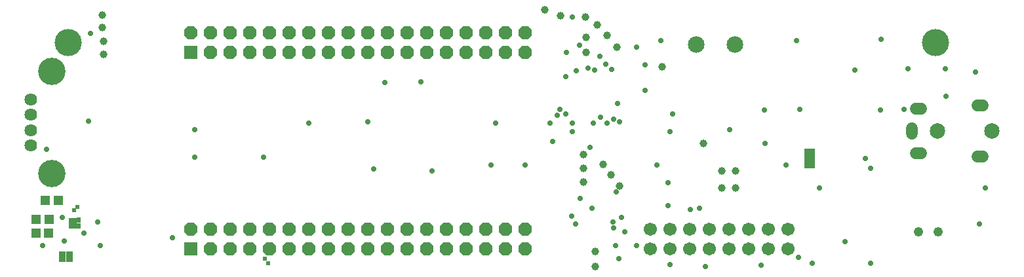
<source format=gbr>
G04 EAGLE Gerber RS-274X export*
G75*
%MOMM*%
%FSLAX34Y34*%
%LPD*%
%INSoldermask Top*%
%IPPOS*%
%AMOC8*
5,1,8,0,0,1.08239X$1,22.5*%
G01*
%ADD10C,3.505200*%
%ADD11R,0.503200X0.723200*%
%ADD12R,0.503200X0.693200*%
%ADD13R,1.203200X1.303200*%
%ADD14R,1.153200X1.203200*%
%ADD15R,1.727200X1.727200*%
%ADD16P,1.869504X8X22.500000*%
%ADD17C,1.701800*%
%ADD18C,1.003200*%
%ADD19C,1.625600*%
%ADD20C,3.530600*%
%ADD21C,1.524000*%
%ADD22C,1.993900*%
%ADD23C,1.422400*%
%ADD24C,1.219200*%
%ADD25C,2.146300*%
%ADD26R,1.473200X0.838200*%
%ADD27R,0.965200X1.473200*%
%ADD28C,0.728200*%
%ADD29C,0.609600*%


D10*
X66040Y306070D03*
X1186180Y306070D03*
D11*
X79930Y76190D03*
D12*
X74930Y76140D03*
X69930Y76140D03*
X69930Y68640D03*
X74930Y68640D03*
X79930Y68640D03*
D13*
X24520Y77470D03*
X41520Y77470D03*
D14*
X41020Y59690D03*
X25020Y59690D03*
D13*
X53712Y102108D03*
X36712Y102108D03*
D15*
X224200Y39110D03*
D16*
X224200Y64510D03*
X249600Y39110D03*
X249600Y64510D03*
X275000Y39110D03*
X275000Y64510D03*
X300400Y39110D03*
X300400Y64510D03*
X325800Y39110D03*
X325800Y64510D03*
X351200Y39110D03*
X351200Y64510D03*
X376600Y39110D03*
X376600Y64510D03*
X402000Y39110D03*
X402000Y64510D03*
X427400Y39110D03*
X427400Y64510D03*
X452800Y39110D03*
X452800Y64510D03*
X478200Y39110D03*
X478200Y64510D03*
X503600Y39110D03*
X503600Y64510D03*
X529000Y39110D03*
X529000Y64510D03*
X554400Y39110D03*
X554400Y64510D03*
X579800Y39110D03*
X579800Y64510D03*
X605200Y39110D03*
X605200Y64510D03*
X630600Y39110D03*
X630600Y64510D03*
X656000Y39110D03*
X656000Y64510D03*
D15*
X224200Y293110D03*
D16*
X224200Y318510D03*
X249600Y293110D03*
X249600Y318510D03*
X275000Y293110D03*
X275000Y318510D03*
X300400Y293110D03*
X300400Y318510D03*
X325800Y293110D03*
X325800Y318510D03*
X351200Y293110D03*
X351200Y318510D03*
X376600Y293110D03*
X376600Y318510D03*
X402000Y293110D03*
X402000Y318510D03*
X427400Y293110D03*
X427400Y318510D03*
X452800Y293110D03*
X452800Y318510D03*
X478200Y293110D03*
X478200Y318510D03*
X503600Y293110D03*
X503600Y318510D03*
X529000Y293110D03*
X529000Y318510D03*
X554400Y293110D03*
X554400Y318510D03*
X579800Y293110D03*
X579800Y318510D03*
X605200Y293110D03*
X605200Y318510D03*
X630600Y293110D03*
X630600Y318510D03*
X656000Y293110D03*
X656000Y318510D03*
D17*
X995680Y64770D03*
X995680Y39370D03*
X970280Y64770D03*
X970280Y39370D03*
X944880Y64770D03*
X944880Y39370D03*
X919480Y64770D03*
X919480Y39370D03*
X894080Y64770D03*
X894080Y39370D03*
X868680Y64770D03*
X868680Y39370D03*
X843280Y64770D03*
X843280Y39370D03*
X817880Y64770D03*
X817880Y39370D03*
D18*
X928370Y139700D03*
X928370Y118110D03*
X910590Y139700D03*
X910590Y118110D03*
X746760Y16510D03*
X746760Y35560D03*
X886460Y175260D03*
X778510Y120650D03*
X767080Y134620D03*
X756920Y148590D03*
X731520Y125730D03*
X731520Y143510D03*
X731520Y161290D03*
X111760Y290830D03*
X111760Y307340D03*
X110490Y325120D03*
X110490Y341630D03*
X681990Y347980D03*
X702310Y340360D03*
X833120Y274320D03*
X774700Y299720D03*
X762000Y314960D03*
X749300Y328930D03*
X735330Y293370D03*
X735330Y312420D03*
X734060Y339090D03*
D19*
X17780Y172720D03*
X17780Y192786D03*
X17780Y212598D03*
X17780Y232664D03*
D20*
X44958Y136906D03*
X44958Y268478D03*
D21*
X1156145Y195199D02*
X1156145Y188341D01*
X1160717Y163271D02*
X1167575Y163271D01*
X1167575Y220269D02*
X1160717Y220269D01*
X1240715Y224765D02*
X1247573Y224765D01*
X1247573Y158775D02*
X1240715Y158775D01*
D22*
X1259078Y191770D03*
X1189228Y191770D03*
D23*
X1156208Y188214D03*
X1156208Y195326D03*
X1167638Y163322D03*
X1160780Y163322D03*
X1167638Y220218D03*
X1160780Y220218D03*
X1247648Y224790D03*
X1240790Y224790D03*
X1247648Y158750D03*
X1240790Y158750D03*
D24*
X1164590Y61214D03*
X1189990Y61214D03*
D25*
X927100Y303530D03*
X877062Y303530D03*
D26*
X1023620Y164338D03*
X1023620Y156210D03*
X1023620Y148082D03*
D27*
X68326Y29210D03*
X58674Y29210D03*
D28*
X229870Y193040D03*
X229870Y157480D03*
X318770Y157480D03*
X377190Y201930D03*
X453390Y203200D03*
X461010Y142240D03*
X535940Y139700D03*
X612140Y147320D03*
X656590Y147320D03*
X618490Y201930D03*
X688340Y201930D03*
X692150Y177800D03*
X727710Y104140D03*
X742950Y91440D03*
X800100Y43180D03*
X777240Y26670D03*
X889000Y16510D03*
X961390Y17780D03*
X1027430Y20320D03*
X1102360Y20320D03*
X1069340Y48260D03*
X1243330Y71120D03*
X1250950Y118110D03*
X1036320Y118110D03*
X966470Y175260D03*
X965200Y218440D03*
X1010920Y219710D03*
X1007110Y308610D03*
X1116330Y309880D03*
X1115060Y218440D03*
X1238250Y267970D03*
X1198880Y271780D03*
X1150620Y271780D03*
X1082040Y270510D03*
X831850Y308610D03*
X811530Y276860D03*
X847090Y213360D03*
X95250Y317500D03*
X92710Y204470D03*
X107950Y43180D03*
X104140Y73660D03*
X33020Y43180D03*
X60960Y49530D03*
X58420Y80010D03*
X38100Y167640D03*
X708660Y261620D03*
X722630Y269240D03*
X775970Y227330D03*
X200660Y53340D03*
X86360Y59690D03*
X993140Y147320D03*
X709930Y293370D03*
X717550Y339090D03*
X521970Y255496D03*
X474980Y254000D03*
X1009650Y27940D03*
X740410Y170180D03*
X762000Y201930D03*
X716280Y81958D03*
X784860Y60960D03*
X773430Y43180D03*
X840740Y124460D03*
X840740Y95024D03*
X826770Y147320D03*
X769620Y73830D03*
X869950Y90170D03*
X781050Y80010D03*
X744220Y201930D03*
X753745Y209452D03*
X770890Y207010D03*
X778510Y203200D03*
X920750Y193040D03*
X843280Y190500D03*
X773738Y113338D03*
X800100Y299720D03*
X708660Y213360D03*
X768310Y271203D03*
X701040Y219710D03*
X760422Y277822D03*
X697596Y212456D03*
X753110Y288290D03*
X746491Y270779D03*
X737657Y273050D03*
X726818Y302638D03*
X721360Y71346D03*
X881380Y91440D03*
X770890Y66266D03*
X843280Y19050D03*
X1200150Y236220D03*
X1145822Y219710D03*
X1096010Y156210D03*
D29*
X78330Y93570D03*
X320040Y26670D03*
X73660Y88900D03*
X324710Y20730D03*
D28*
X1102360Y143510D03*
X811530Y243840D03*
X717550Y190500D03*
X717550Y201775D03*
M02*

</source>
